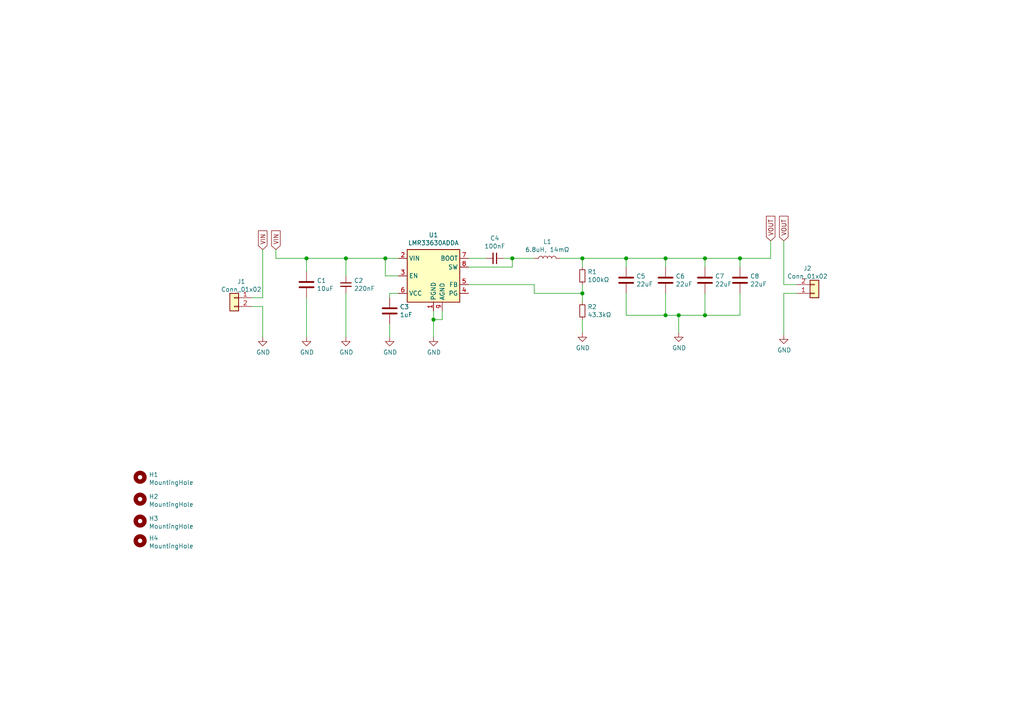
<source format=kicad_sch>
(kicad_sch (version 20210406) (generator eeschema)
  (paper "A4")
  (title_block (title "BUCK_LMR3360") (date "2021-04-10") (rev "1.0") (company "Jairo Estefanía") (comment 1 "github.com/zerberros") (comment 2 "CERN-OHL-P v2"))
  (lib_symbols
    (symbol "Connector_Generic:Conn_01x02" (pin_names (offset 1.016) hide)
      (property "Reference" "J" (at 0 2.54 0))
      (property "Value" "Conn_01x02" (at 0 -5.08 0))
      (symbol "Conn_01x02_1_1"
        (rectangle (start -1.27 -2.413) (end 0 -2.667) (stroke (width 0.1524)))
        (rectangle (start -1.27 0.127) (end 0 -0.127) (stroke (width 0.1524)))
        (rectangle (start -1.27 1.27) (end 1.27 -3.81) (stroke (width 0.254)) (fill (type background)))
        (pin passive line (at -5.08 0 0) (length 3.81) (name "Pin_1") (number "1"))
        (pin passive line (at -5.08 -2.54 0) (length 3.81) (name "Pin_2") (number "2"))
      )
    )
    (symbol "Device:C" (pin_numbers hide) (pin_names (offset 0.254))
      (property "Reference" "C" (at 0.635 2.54 0))
      (property "Value" "C" (at 0.635 -2.54 0))
      (symbol "C_0_1"
        (polyline (pts (xy -2.032 -0.762) (xy 2.032 -0.762)) (stroke (width 0.508)))
        (polyline (pts (xy -2.032 0.762) (xy 2.032 0.762)) (stroke (width 0.508)))
      )
      (symbol "C_1_1"
        (pin passive line (at 0 3.81 270) (length 2.794) (name "~") (number "1"))
        (pin passive line (at 0 -3.81 90) (length 2.794) (name "~") (number "2"))
      )
    )
    (symbol "Device:C_Small" (pin_numbers hide) (pin_names (offset 0.254) hide)
      (property "Reference" "C" (at 0.254 1.778 0))
      (property "Value" "C_Small" (at 0.254 -2.032 0))
      (symbol "C_Small_0_1"
        (polyline (pts (xy -1.524 -0.508) (xy 1.524 -0.508)) (stroke (width 0.3302)))
        (polyline (pts (xy -1.524 0.508) (xy 1.524 0.508)) (stroke (width 0.3048)))
      )
      (symbol "C_Small_1_1"
        (pin passive line (at 0 2.54 270) (length 2.032) (name "~") (number "1"))
        (pin passive line (at 0 -2.54 90) (length 2.032) (name "~") (number "2"))
      )
    )
    (symbol "Device:L" (pin_numbers hide) (pin_names (offset 1.016) hide)
      (property "Reference" "L" (at -1.27 0 90))
      (property "Value" "L" (at 1.905 0 90))
      (symbol "L_0_1"
        (arc (start 0 -2.54) (end 0 -1.27) (radius (at 0 -1.905) (length 0.635) (angles -89.9 89.9)))
        (arc (start 0 -1.27) (end 0 0) (radius (at 0 -0.635) (length 0.635) (angles -89.9 89.9)))
        (arc (start 0 0) (end 0 1.27) (radius (at 0 0.635) (length 0.635) (angles -89.9 89.9)))
        (arc (start 0 1.27) (end 0 2.54) (radius (at 0 1.905) (length 0.635) (angles -89.9 89.9)))
      )
      (symbol "L_1_1"
        (pin passive line (at 0 3.81 270) (length 1.27) (name "1") (number "1"))
        (pin passive line (at 0 -3.81 90) (length 1.27) (name "2") (number "2"))
      )
    )
    (symbol "Device:R_Small" (pin_numbers hide) (pin_names (offset 0.254) hide)
      (property "Reference" "R" (at 0.762 0.508 0))
      (property "Value" "R_Small" (at 0.762 -1.016 0))
      (symbol "R_Small_0_1"
        (rectangle (start -0.762 1.778) (end 0.762 -1.778) (stroke (width 0.2032)))
      )
      (symbol "R_Small_1_1"
        (pin passive line (at 0 2.54 270) (length 0.762) (name "~") (number "1"))
        (pin passive line (at 0 -2.54 90) (length 0.762) (name "~") (number "2"))
      )
    )
    (symbol "Mechanical:MountingHole" (pin_names (offset 1.016))
      (property "Reference" "H" (at 0 5.08 0))
      (property "Value" "MountingHole" (at 0 3.175 0))
      (symbol "MountingHole_0_1"
        (circle (center 0 0) (radius 1.27) (stroke (width 1.27)))
      )
    )
    (symbol "Regulator_Switching:LMR33630ADDA"
      (property "Reference" "U" (at 0 11.43 0))
      (property "Value" "LMR33630ADDA" (at 0 8.89 0))
      (symbol "LMR33630ADDA_0_1"
        (rectangle (start -7.62 7.62) (end 7.62 -7.62) (stroke (width 0.254)) (fill (type background)))
      )
      (symbol "LMR33630ADDA_1_1"
        (pin power_in line (at 0 -10.16 90) (length 2.54) (name "PGND") (number "1"))
        (pin power_in line (at -10.16 5.08 0) (length 2.54) (name "VIN") (number "2"))
        (pin input line (at -10.16 0 0) (length 2.54) (name "EN") (number "3"))
        (pin open_collector line (at 10.16 -5.08 180) (length 2.54) (name "PG") (number "4"))
        (pin input line (at 10.16 -2.54 180) (length 2.54) (name "FB") (number "5"))
        (pin power_out line (at -10.16 -5.08 0) (length 2.54) (name "VCC") (number "6"))
        (pin input line (at 10.16 5.08 180) (length 2.54) (name "BOOT") (number "7"))
        (pin output line (at 10.16 2.54 180) (length 2.54) (name "SW") (number "8"))
        (pin power_in line (at 2.54 -10.16 90) (length 2.54) (name "AGND") (number "9"))
      )
    )
    (symbol "power:GND" (power) (pin_names (offset 0))
      (property "Value" "GND" (at 0 -3.81 0))
      (symbol "GND_0_1"
        (polyline (pts (xy 0 0) (xy 0 -1.27) (xy 1.27 -1.27) (xy 0 -2.54) (xy -1.27 -1.27) (xy 0 -1.27)))
      )
      (symbol "GND_1_1"
        (pin power_in line (at 0 0 270) (length 0) hide (name "GND") (number "1"))
      )
    )
  )
  (junction (at 88.9 74.93) (diameter 1.016))
  (junction (at 100.33 74.93) (diameter 1.016))
  (junction (at 111.76 74.93) (diameter 1.016))
  (junction (at 125.73 92.71) (diameter 1.016))
  (junction (at 148.59 74.93) (diameter 1.016))
  (junction (at 168.91 74.93) (diameter 1.016))
  (junction (at 168.91 85.09) (diameter 1.016))
  (junction (at 181.61 74.93) (diameter 1.016))
  (junction (at 193.04 74.93) (diameter 1.016))
  (junction (at 193.04 91.44) (diameter 1.016))
  (junction (at 196.85 91.44) (diameter 1.016))
  (junction (at 204.47 74.93) (diameter 1.016))
  (junction (at 204.47 91.44) (diameter 1.016))
  (junction (at 214.63 74.93) (diameter 1.016))
  (wire (pts (xy 73.025 86.36) (xy 76.2 86.36)))
  (wire (pts (xy 73.025 88.9) (xy 76.2 88.9)))
  (wire (pts (xy 76.2 72.39) (xy 76.2 86.36)))
  (wire (pts (xy 76.2 88.9) (xy 76.2 97.79)))
  (wire (pts (xy 80.01 74.93) (xy 80.01 72.39)))
  (wire (pts (xy 88.9 74.93) (xy 80.01 74.93)))
  (wire (pts (xy 88.9 74.93) (xy 100.33 74.93)))
  (wire (pts (xy 88.9 78.74) (xy 88.9 74.93)))
  (wire (pts (xy 88.9 97.79) (xy 88.9 86.36)))
  (wire (pts (xy 100.33 74.93) (xy 111.76 74.93)))
  (wire (pts (xy 100.33 80.01) (xy 100.33 74.93)))
  (wire (pts (xy 100.33 85.09) (xy 100.33 97.79)))
  (wire (pts (xy 111.76 80.01) (xy 111.76 74.93)))
  (wire (pts (xy 113.03 85.09) (xy 115.57 85.09)))
  (wire (pts (xy 113.03 86.36) (xy 113.03 85.09)))
  (wire (pts (xy 113.03 97.79) (xy 113.03 93.98)))
  (wire (pts (xy 115.57 74.93) (xy 111.76 74.93)))
  (wire (pts (xy 115.57 80.01) (xy 111.76 80.01)))
  (wire (pts (xy 125.73 90.17) (xy 125.73 92.71)))
  (wire (pts (xy 125.73 92.71) (xy 125.73 97.79)))
  (wire (pts (xy 128.27 90.17) (xy 128.27 92.71)))
  (wire (pts (xy 128.27 92.71) (xy 125.73 92.71)))
  (wire (pts (xy 135.89 74.93) (xy 140.97 74.93)))
  (wire (pts (xy 135.89 77.47) (xy 148.59 77.47)))
  (wire (pts (xy 146.05 74.93) (xy 148.59 74.93)))
  (wire (pts (xy 148.59 74.93) (xy 154.94 74.93)))
  (wire (pts (xy 148.59 77.47) (xy 148.59 74.93)))
  (wire (pts (xy 154.94 82.55) (xy 135.89 82.55)))
  (wire (pts (xy 154.94 85.09) (xy 154.94 82.55)))
  (wire (pts (xy 162.56 74.93) (xy 168.91 74.93)))
  (wire (pts (xy 168.91 74.93) (xy 168.91 77.47)))
  (wire (pts (xy 168.91 82.55) (xy 168.91 85.09)))
  (wire (pts (xy 168.91 85.09) (xy 154.94 85.09)))
  (wire (pts (xy 168.91 85.09) (xy 168.91 87.63)))
  (wire (pts (xy 168.91 96.52) (xy 168.91 92.71)))
  (wire (pts (xy 181.61 74.93) (xy 168.91 74.93)))
  (wire (pts (xy 181.61 77.47) (xy 181.61 74.93)))
  (wire (pts (xy 181.61 85.09) (xy 181.61 91.44)))
  (wire (pts (xy 181.61 91.44) (xy 193.04 91.44)))
  (wire (pts (xy 193.04 74.93) (xy 181.61 74.93)))
  (wire (pts (xy 193.04 77.47) (xy 193.04 74.93)))
  (wire (pts (xy 193.04 85.09) (xy 193.04 91.44)))
  (wire (pts (xy 193.04 91.44) (xy 196.85 91.44)))
  (wire (pts (xy 196.85 91.44) (xy 204.47 91.44)))
  (wire (pts (xy 196.85 96.52) (xy 196.85 91.44)))
  (wire (pts (xy 204.47 74.93) (xy 193.04 74.93)))
  (wire (pts (xy 204.47 77.47) (xy 204.47 74.93)))
  (wire (pts (xy 204.47 85.09) (xy 204.47 91.44)))
  (wire (pts (xy 204.47 91.44) (xy 214.63 91.44)))
  (wire (pts (xy 214.63 74.93) (xy 204.47 74.93)))
  (wire (pts (xy 214.63 74.93) (xy 223.52 74.93)))
  (wire (pts (xy 214.63 77.47) (xy 214.63 74.93)))
  (wire (pts (xy 214.63 91.44) (xy 214.63 85.09)))
  (wire (pts (xy 223.52 74.93) (xy 223.52 69.85)))
  (wire (pts (xy 227.33 69.85) (xy 227.33 82.55)))
  (wire (pts (xy 227.33 82.55) (xy 231.14 82.55)))
  (wire (pts (xy 227.33 85.09) (xy 227.33 97.155)))
  (wire (pts (xy 227.33 85.09) (xy 231.14 85.09)))
  (global_label "VIN" (shape input) (at 76.2 72.39 90) (property "Intersheet References" "${INTERSHEET_REFS}" (effects hide)))
  (global_label "VIN" (shape input) (at 80.01 72.39 90) (property "Intersheet References" "${INTERSHEET_REFS}" (effects hide)))
  (global_label "VOUT" (shape input) (at 223.52 69.85 90) (property "Intersheet References" "${INTERSHEET_REFS}" (effects hide)))
  (global_label "VOUT" (shape input) (at 227.33 69.85 90) (property "Intersheet References" "${INTERSHEET_REFS}" (effects hide)))
  (symbol (lib_id "power:GND") (at 76.2 97.79 0) (unit 1)
    (property "Reference" "#PWR0107" (effects hide))
    (property "Value" "GND" (at 76.327 102.1842 0))
  )
  (symbol (lib_id "power:GND") (at 88.9 97.79 0) (unit 1)
    (property "Reference" "#PWR0104" (effects hide))
    (property "Value" "GND" (at 89.027 102.1842 0))
  )
  (symbol (lib_id "power:GND") (at 100.33 97.79 0) (unit 1)
    (property "Reference" "#PWR0105" (effects hide))
    (property "Value" "GND" (at 100.457 102.1842 0))
  )
  (symbol (lib_id "power:GND") (at 113.03 97.79 0) (unit 1)
    (property "Reference" "#PWR0102" (effects hide))
    (property "Value" "GND" (at 113.157 102.1842 0))
  )
  (symbol (lib_id "power:GND") (at 125.73 97.79 0) (unit 1)
    (property "Reference" "#PWR0103" (effects hide))
    (property "Value" "GND" (at 125.857 102.1842 0))
  )
  (symbol (lib_id "power:GND") (at 168.91 96.52 0) (unit 1)
    (property "Reference" "#PWR0101" (effects hide))
    (property "Value" "GND" (at 169.037 100.9142 0))
  )
  (symbol (lib_id "power:GND") (at 196.85 96.52 0) (unit 1)
    (property "Reference" "#PWR0106" (effects hide))
    (property "Value" "GND" (at 196.977 100.9142 0))
  )
  (symbol (lib_id "power:GND") (at 227.33 97.155 0) (unit 1)
    (property "Reference" "#PWR0108" (effects hide))
    (property "Value" "GND" (at 227.457 101.5492 0))
  )
  (symbol (lib_id "Device:L") (at 158.75 74.93 90) (unit 1)
    (property "Reference" "L1" (at 158.75 70.104 90))
    (property "Value" "6.8uH, 14mΩ" (at 158.75 72.4154 90))
    (property "Footprint" "Inductor_SMD:L_Bourns-SRU1028_10.0x10.0mm" (effects hide))
    (property "MPN" "SRU1048-6R8Y" (effects hide))
    (property "MF" "BOURNS" (effects hide))
  )
  (symbol (lib_id "Device:R_Small") (at 168.91 80.01 0) (unit 1)
    (property "Reference" "R1" (at 170.4086 78.8416 0) (effects (justify left)))
    (property "Value" "100kΩ" (at 170.4086 81.153 0) (effects (justify left)))
    (property "Footprint" "Resistor_SMD:R_1206_3216Metric_Pad1.30x1.75mm_HandSolder" (effects hide))
  )
  (symbol (lib_id "Device:R_Small") (at 168.91 90.17 0) (unit 1)
    (property "Reference" "R2" (at 170.4086 89.0016 0) (effects (justify left)))
    (property "Value" "43.3kΩ" (at 170.4086 91.313 0) (effects (justify left)))
    (property "Footprint" "Resistor_SMD:R_1206_3216Metric_Pad1.30x1.75mm_HandSolder" (effects hide))
  )
  (symbol (lib_id "Mechanical:MountingHole") (at 40.64 138.43 0) (unit 1) (in_bom no)
    (property "Reference" "H1" (at 43.1801 137.6691 0) (effects (justify left)))
    (property "Value" "MountingHole" (at 43.1801 139.9678 0) (effects (justify left)))
    (property "Footprint" "MountingHole:MountingHole_3.2mm_M3" (effects hide))
  )
  (symbol (lib_id "Mechanical:MountingHole") (at 40.64 144.78 0) (unit 1) (in_bom no)
    (property "Reference" "H2" (at 43.1801 144.0191 0) (effects (justify left)))
    (property "Value" "MountingHole" (at 43.1801 146.3178 0) (effects (justify left)))
    (property "Footprint" "MountingHole:MountingHole_3.2mm_M3" (effects hide))
  )
  (symbol (lib_id "Mechanical:MountingHole") (at 40.64 151.13 0) (unit 1) (in_bom no)
    (property "Reference" "H3" (at 43.1801 150.3691 0) (effects (justify left)))
    (property "Value" "MountingHole" (at 43.1801 152.6678 0) (effects (justify left)))
    (property "Footprint" "MountingHole:MountingHole_3.2mm_M3" (effects hide))
  )
  (symbol (lib_id "Mechanical:MountingHole") (at 40.64 156.845 0) (unit 1) (in_bom no)
    (property "Reference" "H4" (at 43.1801 156.0841 0) (effects (justify left)))
    (property "Value" "MountingHole" (at 43.1801 158.3828 0) (effects (justify left)))
    (property "Footprint" "MountingHole:MountingHole_3.2mm_M3" (effects hide))
  )
  (symbol (lib_id "Device:C_Small") (at 100.33 82.55 0) (unit 1)
    (property "Reference" "C2" (at 102.6668 81.3816 0) (effects (justify left)))
    (property "Value" "220nF" (at 102.6668 83.693 0) (effects (justify left)))
    (property "Footprint" "Capacitor_SMD:C_1206_3216Metric_Pad1.33x1.80mm_HandSolder" (effects hide))
  )
  (symbol (lib_id "Device:C_Small") (at 143.51 74.93 270) (unit 1)
    (property "Reference" "C4" (at 143.51 69.1134 90))
    (property "Value" "100nF" (at 143.51 71.4248 90))
    (property "Footprint" "Capacitor_SMD:C_1206_3216Metric_Pad1.33x1.80mm_HandSolder" (effects hide))
  )
  (symbol (lib_id "Connector_Generic:Conn_01x02") (at 67.945 86.36 0) (mirror y) (unit 1)
    (property "Reference" "J1" (at 69.977 81.6568 0))
    (property "Value" "Conn_01x02" (at 69.977 83.9555 0))
    (property "Footprint" "TerminalBlock_Phoenix:TerminalBlock_Phoenix_MKDS-1,5-2-5.08_1x02_P5.08mm_Horizontal" (effects hide))
    (property "MPN" "1985865" (effects hide))
    (property "MF" "PHOENIX" (effects hide))
  )
  (symbol (lib_id "Connector_Generic:Conn_01x02") (at 236.22 85.09 0) (mirror x) (unit 1)
    (property "Reference" "J2" (at 234.188 77.8468 0))
    (property "Value" "Conn_01x02" (at 234.188 80.1455 0))
    (property "Footprint" "TerminalBlock_Phoenix:TerminalBlock_Phoenix_MKDS-1,5-2-5.08_1x02_P5.08mm_Horizontal" (effects hide))
    (property "MF" "PHOENIX" (effects hide))
    (property "MPN" "1985865" (effects hide))
  )
  (symbol (lib_id "Device:C") (at 88.9 82.55 0) (unit 1)
    (property "Reference" "C1" (at 91.8972 81.3816 0) (effects (justify left)))
    (property "Value" "10uF" (at 91.8972 83.693 0) (effects (justify left)))
    (property "Footprint" "Capacitor_SMD:C_1206_3216Metric_Pad1.33x1.80mm_HandSolder" (effects hide))
  )
  (symbol (lib_id "Device:C") (at 113.03 90.17 0) (unit 1)
    (property "Reference" "C3" (at 115.951 89.0016 0) (effects (justify left)))
    (property "Value" "1uF" (at 115.951 91.313 0) (effects (justify left)))
    (property "Footprint" "Capacitor_SMD:C_1206_3216Metric_Pad1.33x1.80mm_HandSolder" (effects hide))
  )
  (symbol (lib_id "Device:C") (at 181.61 81.28 0) (unit 1)
    (property "Reference" "C5" (at 184.531 80.1116 0) (effects (justify left)))
    (property "Value" "22uF" (at 184.531 82.423 0) (effects (justify left)))
    (property "Footprint" "Capacitor_SMD:C_1206_3216Metric_Pad1.33x1.80mm_HandSolder" (effects hide))
  )
  (symbol (lib_id "Device:C") (at 193.04 81.28 0) (unit 1)
    (property "Reference" "C6" (at 195.961 80.1116 0) (effects (justify left)))
    (property "Value" "22uF" (at 195.961 82.423 0) (effects (justify left)))
    (property "Footprint" "Capacitor_SMD:C_1206_3216Metric_Pad1.33x1.80mm_HandSolder" (effects hide))
  )
  (symbol (lib_id "Device:C") (at 204.47 81.28 0) (unit 1)
    (property "Reference" "C7" (at 207.391 80.1116 0) (effects (justify left)))
    (property "Value" "22uF" (at 207.391 82.423 0) (effects (justify left)))
    (property "Footprint" "Capacitor_SMD:C_1206_3216Metric_Pad1.33x1.80mm_HandSolder" (effects hide))
  )
  (symbol (lib_id "Device:C") (at 214.63 81.28 0) (unit 1)
    (property "Reference" "C8" (at 217.551 80.1116 0) (effects (justify left)))
    (property "Value" "22uF" (at 217.551 82.423 0) (effects (justify left)))
    (property "Footprint" "Capacitor_SMD:C_1206_3216Metric_Pad1.33x1.80mm_HandSolder" (effects hide))
  )
  (symbol (lib_id "Regulator_Switching:LMR33630ADDA") (at 125.73 80.01 0) (unit 1)
    (property "Reference" "U1" (at 125.73 68.1482 0))
    (property "Value" "LMR33630ADDA" (at 125.73 70.4596 0))
    (property "Footprint" "Package_SO:Texas_HSOP-8-1EP_3.9x4.9mm_P1.27mm_ThermalVias" (effects hide))
    (property "Datasheet" "http://www.ti.com/lit/ds/symlink/lmr33630.pdf" (effects hide))
    (property "MPN" "LMR33630ADDA" (effects hide))
    (property "MF" "TEXAS INSTRUMENTS" (effects hide))
  )
)
</source>
